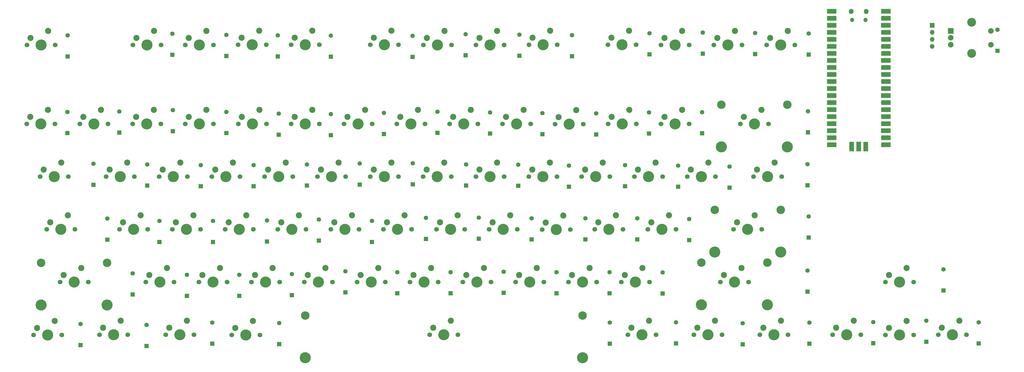
<source format=gbr>
%TF.GenerationSoftware,KiCad,Pcbnew,9.0.2*%
%TF.CreationDate,2025-06-22T22:51:19+05:30*%
%TF.ProjectId,hackboard,6861636b-626f-4617-9264-2e6b69636164,rev?*%
%TF.SameCoordinates,Original*%
%TF.FileFunction,Soldermask,Bot*%
%TF.FilePolarity,Negative*%
%FSLAX46Y46*%
G04 Gerber Fmt 4.6, Leading zero omitted, Abs format (unit mm)*
G04 Created by KiCad (PCBNEW 9.0.2) date 2025-06-22 22:51:19*
%MOMM*%
%LPD*%
G01*
G04 APERTURE LIST*
G04 Aperture macros list*
%AMRoundRect*
0 Rectangle with rounded corners*
0 $1 Rounding radius*
0 $2 $3 $4 $5 $6 $7 $8 $9 X,Y pos of 4 corners*
0 Add a 4 corners polygon primitive as box body*
4,1,4,$2,$3,$4,$5,$6,$7,$8,$9,$2,$3,0*
0 Add four circle primitives for the rounded corners*
1,1,$1+$1,$2,$3*
1,1,$1+$1,$4,$5*
1,1,$1+$1,$6,$7*
1,1,$1+$1,$8,$9*
0 Add four rect primitives between the rounded corners*
20,1,$1+$1,$2,$3,$4,$5,0*
20,1,$1+$1,$4,$5,$6,$7,0*
20,1,$1+$1,$6,$7,$8,$9,0*
20,1,$1+$1,$8,$9,$2,$3,0*%
G04 Aperture macros list end*
%ADD10C,1.700000*%
%ADD11C,4.000000*%
%ADD12C,2.200000*%
%ADD13C,3.050000*%
%ADD14R,1.700000X1.700000*%
%ADD15O,1.700000X1.700000*%
%ADD16R,2.000000X2.000000*%
%ADD17C,2.000000*%
%ADD18C,3.200000*%
%ADD19RoundRect,0.250000X0.550000X-0.550000X0.550000X0.550000X-0.550000X0.550000X-0.550000X-0.550000X0*%
%ADD20C,1.600000*%
%ADD21O,1.800000X1.800000*%
%ADD22O,1.500000X1.500000*%
%ADD23R,3.500000X1.700000*%
%ADD24R,1.700000X3.500000*%
G04 APERTURE END LIST*
D10*
%TO.C,SW44*%
X121205000Y-298620000D03*
D11*
X126285000Y-298620000D03*
D10*
X131365000Y-298620000D03*
D12*
X128825000Y-293540000D03*
X122475000Y-296080000D03*
%TD*%
D10*
%TO.C,SW43*%
X102170000Y-298620000D03*
D11*
X107250000Y-298620000D03*
D10*
X112330000Y-298620000D03*
D12*
X109790000Y-293540000D03*
X103440000Y-296080000D03*
%TD*%
D10*
%TO.C,SW52*%
X273600000Y-298620000D03*
D11*
X278680000Y-298620000D03*
D10*
X283760000Y-298620000D03*
D12*
X281220000Y-293540000D03*
X274870000Y-296080000D03*
%TD*%
D10*
%TO.C,SW22*%
X221260000Y-260520000D03*
D11*
X226340000Y-260520000D03*
D10*
X231420000Y-260520000D03*
D12*
X228880000Y-255440000D03*
X222530000Y-257980000D03*
%TD*%
D10*
%TO.C,SW18*%
X145040000Y-260520000D03*
D11*
X150120000Y-260520000D03*
D10*
X155200000Y-260520000D03*
D12*
X152660000Y-255440000D03*
X146310000Y-257980000D03*
%TD*%
D10*
%TO.C,SW39*%
X287890000Y-279580000D03*
D11*
X292970000Y-279580000D03*
D10*
X298050000Y-279580000D03*
D12*
X295510000Y-274500000D03*
X289160000Y-277040000D03*
%TD*%
D10*
%TO.C,SW74*%
X309300000Y-336740000D03*
D11*
X314380000Y-336740000D03*
D10*
X319460000Y-336740000D03*
D12*
X316920000Y-331660000D03*
X310570000Y-334200000D03*
%TD*%
D10*
%TO.C,SW42*%
X75980000Y-298640000D03*
D11*
X81060000Y-298640000D03*
D10*
X86140000Y-298640000D03*
D12*
X83600000Y-293560000D03*
X77250000Y-296100000D03*
%TD*%
D13*
%TO.C,SW27*%
X319200000Y-253540000D03*
D11*
X319200000Y-268780000D03*
D10*
X326020000Y-260540000D03*
D11*
X331100000Y-260540000D03*
D10*
X336180000Y-260540000D03*
D13*
X343000000Y-253540000D03*
D11*
X343000000Y-268780000D03*
D12*
X333640000Y-255460000D03*
X327290000Y-258000000D03*
%TD*%
D10*
%TO.C,SW26*%
X297400000Y-260530000D03*
D11*
X302480000Y-260530000D03*
D10*
X307560000Y-260530000D03*
D12*
X305020000Y-255450000D03*
X298670000Y-257990000D03*
%TD*%
D10*
%TO.C,SW68*%
X71190000Y-336790000D03*
D11*
X76270000Y-336790000D03*
D10*
X81350000Y-336790000D03*
D12*
X78810000Y-331710000D03*
X72460000Y-334250000D03*
%TD*%
D10*
%TO.C,SW37*%
X249730000Y-279610000D03*
D11*
X254810000Y-279610000D03*
D10*
X259890000Y-279610000D03*
D12*
X257350000Y-274530000D03*
X251000000Y-277070000D03*
%TD*%
D10*
%TO.C,SW49*%
X216490000Y-298630000D03*
D11*
X221570000Y-298630000D03*
D10*
X226650000Y-298630000D03*
D12*
X224110000Y-293550000D03*
X217760000Y-296090000D03*
%TD*%
D14*
%TO.C,Brd1*%
X395230000Y-224870000D03*
D15*
X395230000Y-227410000D03*
X395230000Y-229950000D03*
X395230000Y-232490000D03*
%TD*%
D10*
%TO.C,SW47*%
X178360000Y-298620000D03*
D11*
X183440000Y-298620000D03*
D10*
X188520000Y-298620000D03*
D12*
X185980000Y-293540000D03*
X179630000Y-296080000D03*
%TD*%
D10*
%TO.C,SW45*%
X140260000Y-298650000D03*
D11*
X145340000Y-298650000D03*
D10*
X150420000Y-298650000D03*
D12*
X147880000Y-293570000D03*
X141530000Y-296110000D03*
%TD*%
D10*
%TO.C,SW34*%
X192620000Y-279600000D03*
D11*
X197700000Y-279600000D03*
D10*
X202780000Y-279600000D03*
D12*
X200240000Y-274520000D03*
X193890000Y-277060000D03*
%TD*%
D10*
%TO.C,SW12*%
X316500000Y-231970000D03*
D11*
X321580000Y-231970000D03*
D10*
X326660000Y-231970000D03*
D12*
X324120000Y-226890000D03*
X317770000Y-229430000D03*
%TD*%
D10*
%TO.C,SW10*%
X278340000Y-231940000D03*
D11*
X283420000Y-231940000D03*
D10*
X288500000Y-231940000D03*
D12*
X285960000Y-226860000D03*
X279610000Y-229400000D03*
%TD*%
D10*
%TO.C,SW4*%
X144990000Y-231930000D03*
D11*
X150070000Y-231930000D03*
D10*
X155150000Y-231930000D03*
D12*
X152610000Y-226850000D03*
X146260000Y-229390000D03*
%TD*%
D10*
%TO.C,SW32*%
X154530000Y-279590000D03*
D11*
X159610000Y-279590000D03*
D10*
X164690000Y-279590000D03*
D12*
X162150000Y-274510000D03*
X155800000Y-277050000D03*
%TD*%
D10*
%TO.C,SW35*%
X211690000Y-279600000D03*
D11*
X216770000Y-279600000D03*
D10*
X221850000Y-279600000D03*
D12*
X219310000Y-274520000D03*
X212960000Y-277060000D03*
%TD*%
D10*
%TO.C,SW58*%
X149780000Y-317700000D03*
D11*
X154860000Y-317700000D03*
D10*
X159940000Y-317700000D03*
D12*
X157400000Y-312620000D03*
X151050000Y-315160000D03*
%TD*%
D10*
%TO.C,SW16*%
X106960000Y-260490000D03*
D11*
X112040000Y-260490000D03*
D10*
X117120000Y-260490000D03*
D12*
X114580000Y-255410000D03*
X108230000Y-257950000D03*
%TD*%
D10*
%TO.C,SW59*%
X168830000Y-317670000D03*
D11*
X173910000Y-317670000D03*
D10*
X178990000Y-317670000D03*
D12*
X176450000Y-312590000D03*
X170100000Y-315130000D03*
%TD*%
D10*
%TO.C,SW78*%
X397440000Y-336740000D03*
D11*
X402520000Y-336740000D03*
D10*
X407600000Y-336740000D03*
D12*
X405060000Y-331660000D03*
X398710000Y-334200000D03*
%TD*%
D10*
%TO.C,SW7*%
X211740000Y-232000000D03*
D11*
X216820000Y-232000000D03*
D10*
X221900000Y-232000000D03*
D12*
X219360000Y-226920000D03*
X213010000Y-229460000D03*
%TD*%
D10*
%TO.C,SW6*%
X192650000Y-231910000D03*
D11*
X197730000Y-231910000D03*
D10*
X202810000Y-231910000D03*
D12*
X200270000Y-226830000D03*
X193920000Y-229370000D03*
%TD*%
D10*
%TO.C,SW19*%
X164070000Y-260520000D03*
D11*
X169150000Y-260520000D03*
D10*
X174230000Y-260520000D03*
D12*
X171690000Y-255440000D03*
X165340000Y-257980000D03*
%TD*%
D10*
%TO.C,SW28*%
X73570000Y-279580000D03*
D11*
X78650000Y-279580000D03*
D10*
X83730000Y-279580000D03*
D12*
X81190000Y-274500000D03*
X74840000Y-277040000D03*
%TD*%
D10*
%TO.C,SW23*%
X240300000Y-260560000D03*
D11*
X245380000Y-260560000D03*
D10*
X250460000Y-260560000D03*
D12*
X247920000Y-255480000D03*
X241570000Y-258020000D03*
%TD*%
D10*
%TO.C,SW2*%
X106980000Y-231950000D03*
D11*
X112060000Y-231950000D03*
D10*
X117140000Y-231950000D03*
D12*
X114600000Y-226870000D03*
X108250000Y-229410000D03*
%TD*%
D13*
%TO.C,SW72*%
X169140000Y-329740000D03*
D11*
X169140000Y-344980000D03*
D10*
X214060000Y-336740000D03*
D11*
X219140000Y-336740000D03*
D10*
X224220000Y-336740000D03*
D13*
X269140000Y-329740000D03*
D11*
X269140000Y-344980000D03*
D12*
X221680000Y-331660000D03*
X215330000Y-334200000D03*
%TD*%
D13*
%TO.C,SW55*%
X73910000Y-310700000D03*
D11*
X73910000Y-325940000D03*
D10*
X80730000Y-317700000D03*
D11*
X85810000Y-317700000D03*
D10*
X90890000Y-317700000D03*
D13*
X97710000Y-310700000D03*
D11*
X97710000Y-325940000D03*
D12*
X88350000Y-312620000D03*
X82000000Y-315160000D03*
%TD*%
D10*
%TO.C,SW20*%
X183150000Y-260520000D03*
D11*
X188230000Y-260520000D03*
D10*
X193310000Y-260520000D03*
D12*
X190770000Y-255440000D03*
X184420000Y-257980000D03*
%TD*%
D10*
%TO.C,SW36*%
X230720000Y-279590000D03*
D11*
X235800000Y-279590000D03*
D10*
X240880000Y-279590000D03*
D12*
X238340000Y-274510000D03*
X231990000Y-277050000D03*
%TD*%
D10*
%TO.C,SW64*%
X264090000Y-317710000D03*
D11*
X269170000Y-317710000D03*
D10*
X274250000Y-317710000D03*
D12*
X271710000Y-312630000D03*
X265360000Y-315170000D03*
%TD*%
D10*
%TO.C,SW8*%
X230720000Y-232010000D03*
D11*
X235800000Y-232010000D03*
D10*
X240880000Y-232010000D03*
D12*
X238340000Y-226930000D03*
X231990000Y-229470000D03*
%TD*%
D10*
%TO.C,SW50*%
X235440000Y-298600000D03*
D11*
X240520000Y-298600000D03*
D10*
X245600000Y-298600000D03*
D12*
X243060000Y-293520000D03*
X236710000Y-296060000D03*
%TD*%
D13*
%TO.C,SW54*%
X316790000Y-291622500D03*
D11*
X316790000Y-306862500D03*
D10*
X323610000Y-298622500D03*
D11*
X328690000Y-298622500D03*
D10*
X333770000Y-298622500D03*
D13*
X340590000Y-291622500D03*
D11*
X340590000Y-306862500D03*
D12*
X331230000Y-293542500D03*
X324880000Y-296082500D03*
%TD*%
D10*
%TO.C,SW31*%
X135470000Y-279590000D03*
D11*
X140550000Y-279590000D03*
D10*
X145630000Y-279590000D03*
D12*
X143090000Y-274510000D03*
X136740000Y-277050000D03*
%TD*%
D10*
%TO.C,SW17*%
X125900000Y-260560000D03*
D11*
X130980000Y-260560000D03*
D10*
X136060000Y-260560000D03*
D12*
X133520000Y-255480000D03*
X127170000Y-258020000D03*
%TD*%
D10*
%TO.C,SW21*%
X202190000Y-260520000D03*
D11*
X207270000Y-260520000D03*
D10*
X212350000Y-260520000D03*
D12*
X209810000Y-255440000D03*
X203460000Y-257980000D03*
%TD*%
D16*
%TO.C,SW79*%
X401910000Y-226900000D03*
D17*
X401910000Y-231900000D03*
X401910000Y-229400000D03*
D18*
X409410000Y-223800000D03*
X409410000Y-235000000D03*
D17*
X416410000Y-231900000D03*
X416410000Y-226900000D03*
%TD*%
D10*
%TO.C,SW60*%
X187880000Y-317670000D03*
D11*
X192960000Y-317670000D03*
D10*
X198040000Y-317670000D03*
D12*
X195500000Y-312590000D03*
X189150000Y-315130000D03*
%TD*%
D10*
%TO.C,SW71*%
X142680000Y-336790000D03*
D11*
X147760000Y-336790000D03*
D10*
X152840000Y-336790000D03*
D12*
X150300000Y-331710000D03*
X143950000Y-334250000D03*
%TD*%
D10*
%TO.C,SW76*%
X359340000Y-336700000D03*
D11*
X364420000Y-336700000D03*
D10*
X369500000Y-336700000D03*
D12*
X366960000Y-331620000D03*
X360610000Y-334160000D03*
%TD*%
D10*
%TO.C,SW69*%
X95010000Y-336750000D03*
D11*
X100090000Y-336750000D03*
D10*
X105170000Y-336750000D03*
D12*
X102630000Y-331670000D03*
X96280000Y-334210000D03*
%TD*%
D10*
%TO.C,SW48*%
X197390000Y-298650000D03*
D11*
X202470000Y-298650000D03*
D10*
X207550000Y-298650000D03*
D12*
X205010000Y-293570000D03*
X198660000Y-296110000D03*
%TD*%
D10*
%TO.C,SW11*%
X297400000Y-231970000D03*
D11*
X302480000Y-231970000D03*
D10*
X307560000Y-231970000D03*
D12*
X305020000Y-226890000D03*
X298670000Y-229430000D03*
%TD*%
D10*
%TO.C,SW63*%
X245030000Y-317710000D03*
D11*
X250110000Y-317710000D03*
D10*
X255190000Y-317710000D03*
D12*
X252650000Y-312630000D03*
X246300000Y-315170000D03*
%TD*%
D10*
%TO.C,SW29*%
X97380000Y-279600000D03*
D11*
X102460000Y-279600000D03*
D10*
X107540000Y-279600000D03*
D12*
X105000000Y-274520000D03*
X98650000Y-277060000D03*
%TD*%
D10*
%TO.C,SW46*%
X159280000Y-298620000D03*
D11*
X164360000Y-298620000D03*
D10*
X169440000Y-298620000D03*
D12*
X166900000Y-293540000D03*
X160550000Y-296080000D03*
%TD*%
D10*
%TO.C,SW33*%
X173540000Y-279570000D03*
D11*
X178620000Y-279570000D03*
D10*
X183700000Y-279570000D03*
D12*
X181160000Y-274490000D03*
X174810000Y-277030000D03*
%TD*%
D10*
%TO.C,SW41*%
X330760000Y-279600000D03*
D11*
X335840000Y-279600000D03*
D10*
X340920000Y-279600000D03*
D12*
X338380000Y-274520000D03*
X332030000Y-277060000D03*
%TD*%
D10*
%TO.C,SW1*%
X68815000Y-231950000D03*
D11*
X73895000Y-231950000D03*
D10*
X78975000Y-231950000D03*
D12*
X76435000Y-226870000D03*
X70085000Y-229410000D03*
%TD*%
D10*
%TO.C,SW25*%
X278380000Y-260560000D03*
D11*
X283460000Y-260560000D03*
D10*
X288540000Y-260560000D03*
D12*
X286000000Y-255480000D03*
X279650000Y-258020000D03*
%TD*%
D10*
%TO.C,SW57*%
X130770000Y-317700000D03*
D11*
X135850000Y-317700000D03*
D10*
X140930000Y-317700000D03*
D12*
X138390000Y-312620000D03*
X132040000Y-315160000D03*
%TD*%
D10*
%TO.C,SW40*%
X306920000Y-279580000D03*
D11*
X312000000Y-279580000D03*
D10*
X317080000Y-279580000D03*
D12*
X314540000Y-274500000D03*
X308190000Y-277040000D03*
%TD*%
D10*
%TO.C,SW61*%
X206930000Y-317670000D03*
D11*
X212010000Y-317670000D03*
D10*
X217090000Y-317670000D03*
D12*
X214550000Y-312590000D03*
X208200000Y-315130000D03*
%TD*%
D10*
%TO.C,SW9*%
X249810000Y-231910000D03*
D11*
X254890000Y-231910000D03*
D10*
X259970000Y-231910000D03*
D12*
X257430000Y-226830000D03*
X251080000Y-229370000D03*
%TD*%
D10*
%TO.C,SW5*%
X164090000Y-231930000D03*
D11*
X169170000Y-231930000D03*
D10*
X174250000Y-231930000D03*
D12*
X171710000Y-226850000D03*
X165360000Y-229390000D03*
%TD*%
D10*
%TO.C,SW14*%
X68740000Y-260520000D03*
D11*
X73820000Y-260520000D03*
D10*
X78900000Y-260520000D03*
D12*
X76360000Y-255440000D03*
X70010000Y-257980000D03*
%TD*%
D10*
%TO.C,SW77*%
X378400000Y-336770000D03*
D11*
X383480000Y-336770000D03*
D10*
X388560000Y-336770000D03*
D12*
X386020000Y-331690000D03*
X379670000Y-334230000D03*
%TD*%
D10*
%TO.C,SW75*%
X333120000Y-336760000D03*
D11*
X338200000Y-336760000D03*
D10*
X343280000Y-336760000D03*
D12*
X340740000Y-331680000D03*
X334390000Y-334220000D03*
%TD*%
D10*
%TO.C,SW53*%
X292690000Y-298660000D03*
D11*
X297770000Y-298660000D03*
D10*
X302850000Y-298660000D03*
D12*
X300310000Y-293580000D03*
X293960000Y-296120000D03*
%TD*%
D10*
%TO.C,SW70*%
X118840000Y-336730000D03*
D11*
X123920000Y-336730000D03*
D10*
X129000000Y-336730000D03*
D12*
X126460000Y-331650000D03*
X120110000Y-334190000D03*
%TD*%
D10*
%TO.C,SW15*%
X87880000Y-260560000D03*
D11*
X92960000Y-260560000D03*
D10*
X98040000Y-260560000D03*
D12*
X95500000Y-255480000D03*
X89150000Y-258020000D03*
%TD*%
D10*
%TO.C,SW62*%
X225980000Y-317670000D03*
D11*
X231060000Y-317670000D03*
D10*
X236140000Y-317670000D03*
D12*
X233600000Y-312590000D03*
X227250000Y-315130000D03*
%TD*%
D10*
%TO.C,SW56*%
X111650000Y-317670000D03*
D11*
X116730000Y-317670000D03*
D10*
X121810000Y-317670000D03*
D12*
X119270000Y-312590000D03*
X112920000Y-315130000D03*
%TD*%
D10*
%TO.C,SW3*%
X125930000Y-231960000D03*
D11*
X131010000Y-231960000D03*
D10*
X136090000Y-231960000D03*
D12*
X133550000Y-226880000D03*
X127200000Y-229420000D03*
%TD*%
D10*
%TO.C,SW65*%
X283120000Y-317670000D03*
D11*
X288200000Y-317670000D03*
D10*
X293280000Y-317670000D03*
D12*
X290740000Y-312590000D03*
X284390000Y-315130000D03*
%TD*%
D10*
%TO.C,SW38*%
X268810000Y-279610000D03*
D11*
X273890000Y-279610000D03*
D10*
X278970000Y-279610000D03*
D12*
X276430000Y-274530000D03*
X270080000Y-277070000D03*
%TD*%
D10*
%TO.C,SW67*%
X378390000Y-317710000D03*
D11*
X383470000Y-317710000D03*
D10*
X388550000Y-317710000D03*
D12*
X386010000Y-312630000D03*
X379660000Y-315170000D03*
%TD*%
D10*
%TO.C,SW24*%
X259270000Y-260590000D03*
D11*
X264350000Y-260590000D03*
D10*
X269430000Y-260590000D03*
D12*
X266890000Y-255510000D03*
X260540000Y-258050000D03*
%TD*%
D10*
%TO.C,SW30*%
X116460000Y-279590000D03*
D11*
X121540000Y-279590000D03*
D10*
X126620000Y-279590000D03*
D12*
X124080000Y-274510000D03*
X117730000Y-277050000D03*
%TD*%
D10*
%TO.C,SW51*%
X254590000Y-298690000D03*
D11*
X259670000Y-298690000D03*
D10*
X264750000Y-298690000D03*
D12*
X262210000Y-293610000D03*
X255860000Y-296150000D03*
%TD*%
D10*
%TO.C,SW73*%
X285490000Y-336710000D03*
D11*
X290570000Y-336710000D03*
D10*
X295650000Y-336710000D03*
D12*
X293110000Y-331630000D03*
X286760000Y-334170000D03*
%TD*%
D10*
%TO.C,SW13*%
X335500000Y-231950000D03*
D11*
X340580000Y-231950000D03*
D10*
X345660000Y-231950000D03*
D12*
X343120000Y-226870000D03*
X336770000Y-229410000D03*
%TD*%
D13*
%TO.C,SW66*%
X312030000Y-310670000D03*
D11*
X312030000Y-325910000D03*
D10*
X318850000Y-317670000D03*
D11*
X323930000Y-317670000D03*
D10*
X329010000Y-317670000D03*
D13*
X335830000Y-310670000D03*
D11*
X335830000Y-325910000D03*
D12*
X326470000Y-312590000D03*
X320120000Y-315130000D03*
%TD*%
D19*
%TO.C,D6*%
X207850000Y-236300000D03*
D20*
X207850000Y-228680000D03*
%TD*%
D19*
%TO.C,D52*%
X288875000Y-302250000D03*
D20*
X288875000Y-294630000D03*
%TD*%
D19*
%TO.C,D4*%
X159250000Y-236095000D03*
D20*
X159250000Y-228475000D03*
%TD*%
D19*
%TO.C,D69*%
X111890000Y-340760000D03*
D20*
X111890000Y-333140000D03*
%TD*%
D19*
%TO.C,D54*%
X350675000Y-301575000D03*
D20*
X350675000Y-293955000D03*
%TD*%
D19*
%TO.C,D40*%
X322175000Y-283550000D03*
D20*
X322175000Y-275930000D03*
%TD*%
D19*
%TO.C,D57*%
X145350000Y-322670000D03*
D20*
X145350000Y-315050000D03*
%TD*%
D19*
%TO.C,D2*%
X121275000Y-235550000D03*
D20*
X121275000Y-227930000D03*
%TD*%
D19*
%TO.C,D12*%
X331425000Y-235250000D03*
D20*
X331425000Y-227630000D03*
%TD*%
D19*
%TO.C,D47*%
X193250000Y-303150000D03*
D20*
X193250000Y-295530000D03*
%TD*%
D19*
%TO.C,D21*%
X216825000Y-263775000D03*
D20*
X216825000Y-256155000D03*
%TD*%
D19*
%TO.C,D25*%
X293100000Y-263950000D03*
D20*
X293100000Y-256330000D03*
%TD*%
D19*
%TO.C,D16*%
X121425000Y-263150000D03*
D20*
X121425000Y-255530000D03*
%TD*%
D19*
%TO.C,D36*%
X245950000Y-282875000D03*
D20*
X245950000Y-275255000D03*
%TD*%
D19*
%TO.C,D17*%
X140700000Y-263800000D03*
D20*
X140700000Y-256180000D03*
%TD*%
D19*
%TO.C,D62*%
X240700000Y-321600000D03*
D20*
X240700000Y-313980000D03*
%TD*%
D19*
%TO.C,D1*%
X83500000Y-236100000D03*
D20*
X83500000Y-228480000D03*
%TD*%
D19*
%TO.C,D20*%
X197500000Y-264200000D03*
D20*
X197500000Y-256580000D03*
%TD*%
D19*
%TO.C,D8*%
X246350000Y-235900000D03*
D20*
X246350000Y-228280000D03*
%TD*%
D19*
%TO.C,D24*%
X274050000Y-264350000D03*
D20*
X274050000Y-256730000D03*
%TD*%
D19*
%TO.C,D70*%
X135670000Y-339970000D03*
D20*
X135670000Y-332350000D03*
%TD*%
D19*
%TO.C,D14*%
X83400000Y-263825000D03*
D20*
X83400000Y-256205000D03*
%TD*%
D19*
%TO.C,D13*%
X350650000Y-235475000D03*
D20*
X350650000Y-227855000D03*
%TD*%
D19*
%TO.C,D55*%
X106975000Y-322150000D03*
D20*
X106975000Y-314530000D03*
%TD*%
D19*
%TO.C,D75*%
X350930000Y-339950000D03*
D20*
X350930000Y-332330000D03*
%TD*%
D19*
%TO.C,D23*%
X254650000Y-264225000D03*
D20*
X254650000Y-256605000D03*
%TD*%
D19*
%TO.C,D26*%
X312275000Y-263925000D03*
D20*
X312275000Y-256305000D03*
%TD*%
D19*
%TO.C,D68*%
X88180000Y-340440000D03*
D20*
X88180000Y-332820000D03*
%TD*%
D19*
%TO.C,D49*%
X231725000Y-301975000D03*
D20*
X231725000Y-294355000D03*
%TD*%
D19*
%TO.C,D10*%
X293300000Y-235350000D03*
D20*
X293300000Y-227730000D03*
%TD*%
D19*
%TO.C,D37*%
X264220000Y-283210000D03*
D20*
X264220000Y-275590000D03*
%TD*%
D19*
%TO.C,D42*%
X97800000Y-302350000D03*
D20*
X97800000Y-294730000D03*
%TD*%
D19*
%TO.C,D78*%
X412020000Y-339840000D03*
D20*
X412020000Y-332220000D03*
%TD*%
D19*
%TO.C,D5*%
X178425000Y-236250000D03*
D20*
X178425000Y-228630000D03*
%TD*%
D19*
%TO.C,D45*%
X155375000Y-303050000D03*
D20*
X155375000Y-295430000D03*
%TD*%
D19*
%TO.C,D19*%
X178425000Y-264600000D03*
D20*
X178425000Y-256980000D03*
%TD*%
D19*
%TO.C,D32*%
X169750000Y-282750000D03*
D20*
X169750000Y-275130000D03*
%TD*%
D21*
%TO.C,U1*%
X371465000Y-219910000D03*
D22*
X371165000Y-222940000D03*
X366315000Y-222940000D03*
D21*
X366015000Y-219910000D03*
D15*
X377630000Y-219780000D03*
D23*
X378530000Y-219780000D03*
D15*
X377630000Y-222320000D03*
D23*
X378530000Y-222320000D03*
D14*
X377630000Y-224860000D03*
D23*
X378530000Y-224860000D03*
D15*
X377630000Y-227400000D03*
D23*
X378530000Y-227400000D03*
D15*
X377630000Y-229940000D03*
D23*
X378530000Y-229940000D03*
D15*
X377630000Y-232480000D03*
D23*
X378530000Y-232480000D03*
D15*
X377630000Y-235020000D03*
D23*
X378530000Y-235020000D03*
D14*
X377630000Y-237560000D03*
D23*
X378530000Y-237560000D03*
D15*
X377630000Y-240100000D03*
D23*
X378530000Y-240100000D03*
D15*
X377630000Y-242640000D03*
D23*
X378530000Y-242640000D03*
D15*
X377630000Y-245180000D03*
D23*
X378530000Y-245180000D03*
D15*
X377630000Y-247720000D03*
D23*
X378530000Y-247720000D03*
D14*
X377630000Y-250260000D03*
D23*
X378530000Y-250260000D03*
D15*
X377630000Y-252800000D03*
D23*
X378530000Y-252800000D03*
D15*
X377630000Y-255340000D03*
D23*
X378530000Y-255340000D03*
D15*
X377630000Y-257880000D03*
D23*
X378530000Y-257880000D03*
D15*
X377630000Y-260420000D03*
D23*
X378530000Y-260420000D03*
D14*
X377630000Y-262960000D03*
D23*
X378530000Y-262960000D03*
D15*
X377630000Y-265500000D03*
D23*
X378530000Y-265500000D03*
D15*
X377630000Y-268040000D03*
D23*
X378530000Y-268040000D03*
D15*
X359850000Y-268040000D03*
D23*
X358950000Y-268040000D03*
D15*
X359850000Y-265500000D03*
D23*
X358950000Y-265500000D03*
D14*
X359850000Y-262960000D03*
D23*
X358950000Y-262960000D03*
D15*
X359850000Y-260420000D03*
D23*
X358950000Y-260420000D03*
D15*
X359850000Y-257880000D03*
D23*
X358950000Y-257880000D03*
D15*
X359850000Y-255340000D03*
D23*
X358950000Y-255340000D03*
D15*
X359850000Y-252800000D03*
D23*
X358950000Y-252800000D03*
D14*
X359850000Y-250260000D03*
D23*
X358950000Y-250260000D03*
D15*
X359850000Y-247720000D03*
D23*
X358950000Y-247720000D03*
D15*
X359850000Y-245180000D03*
D23*
X358950000Y-245180000D03*
D15*
X359850000Y-242640000D03*
D23*
X358950000Y-242640000D03*
D15*
X359850000Y-240100000D03*
D23*
X358950000Y-240100000D03*
D14*
X359850000Y-237560000D03*
D23*
X358950000Y-237560000D03*
D15*
X359850000Y-235020000D03*
D23*
X358950000Y-235020000D03*
D15*
X359850000Y-232480000D03*
D23*
X358950000Y-232480000D03*
D15*
X359850000Y-229940000D03*
D23*
X358950000Y-229940000D03*
D15*
X359850000Y-227400000D03*
D23*
X358950000Y-227400000D03*
D14*
X359850000Y-224860000D03*
D23*
X358950000Y-224860000D03*
D15*
X359850000Y-222320000D03*
D23*
X358950000Y-222320000D03*
D15*
X359850000Y-219780000D03*
D23*
X358950000Y-219780000D03*
D15*
X371280000Y-267810000D03*
D24*
X371280000Y-268710000D03*
D14*
X368740000Y-267810000D03*
D24*
X368740000Y-268710000D03*
D15*
X366200000Y-267810000D03*
D24*
X366200000Y-268710000D03*
%TD*%
D19*
%TO.C,D64*%
X278875000Y-321725000D03*
D20*
X278875000Y-314105000D03*
%TD*%
D19*
%TO.C,D72*%
X279000000Y-339960000D03*
D20*
X279000000Y-332340000D03*
%TD*%
D19*
%TO.C,D60*%
X202350000Y-321725000D03*
D20*
X202350000Y-314105000D03*
%TD*%
D19*
%TO.C,D31*%
X150525000Y-283075000D03*
D20*
X150525000Y-275455000D03*
%TD*%
D19*
%TO.C,D39*%
X303625000Y-283235000D03*
D20*
X303625000Y-275615000D03*
%TD*%
D19*
%TO.C,D76*%
X373940000Y-339760000D03*
D20*
X373940000Y-332140000D03*
%TD*%
D19*
%TO.C,D56*%
X126450000Y-322625000D03*
D20*
X126450000Y-315005000D03*
%TD*%
D19*
%TO.C,D48*%
X212650000Y-302125000D03*
D20*
X212650000Y-294505000D03*
%TD*%
D19*
%TO.C,D53*%
X307600000Y-302500000D03*
D20*
X307600000Y-294880000D03*
%TD*%
D19*
%TO.C,D3*%
X140675000Y-235975000D03*
D20*
X140675000Y-228355000D03*
%TD*%
D19*
%TO.C,D65*%
X298000000Y-321825000D03*
D20*
X298000000Y-314205000D03*
%TD*%
D19*
%TO.C,D74*%
X326870000Y-340190000D03*
D20*
X326870000Y-332570000D03*
%TD*%
D19*
%TO.C,D28*%
X92825000Y-282575000D03*
D20*
X92825000Y-274955000D03*
%TD*%
D19*
%TO.C,D71*%
X159760000Y-340070000D03*
D20*
X159760000Y-332450000D03*
%TD*%
D19*
%TO.C,D50*%
X250800000Y-302225000D03*
D20*
X250800000Y-294605000D03*
%TD*%
D19*
%TO.C,D77*%
X393140000Y-339230000D03*
D20*
X393140000Y-331610000D03*
%TD*%
D19*
%TO.C,D41*%
X350250000Y-282710000D03*
D20*
X350250000Y-275090000D03*
%TD*%
D19*
%TO.C,D38*%
X284475000Y-283000000D03*
D20*
X284475000Y-275380000D03*
%TD*%
D19*
%TO.C,D63*%
X259750000Y-321775000D03*
D20*
X259750000Y-314155000D03*
%TD*%
D19*
%TO.C,D11*%
X312475000Y-235125000D03*
D20*
X312475000Y-227505000D03*
%TD*%
D19*
%TO.C,D15*%
X102075000Y-263625000D03*
D20*
X102075000Y-256005000D03*
%TD*%
D19*
%TO.C,D67*%
X399310000Y-320750000D03*
D20*
X399310000Y-313130000D03*
%TD*%
D19*
%TO.C,D9*%
X265375000Y-236025000D03*
D20*
X265375000Y-228405000D03*
%TD*%
D19*
%TO.C,D59*%
X183675000Y-321375000D03*
D20*
X183675000Y-313755000D03*
%TD*%
D19*
%TO.C,D22*%
X235800000Y-264025000D03*
D20*
X235800000Y-256405000D03*
%TD*%
D19*
%TO.C,D27*%
X350450000Y-263575000D03*
D20*
X350450000Y-255955000D03*
%TD*%
D19*
%TO.C,D46*%
X174075000Y-302675000D03*
D20*
X174075000Y-295055000D03*
%TD*%
D19*
%TO.C,D18*%
X159575000Y-264375000D03*
D20*
X159575000Y-256755000D03*
%TD*%
D19*
%TO.C,D7*%
X227025000Y-235750000D03*
D20*
X227025000Y-228130000D03*
%TD*%
D19*
%TO.C,D58*%
X164350000Y-322400000D03*
D20*
X164350000Y-314780000D03*
%TD*%
D19*
%TO.C,D44*%
X135925000Y-303225000D03*
D20*
X135925000Y-295605000D03*
%TD*%
D19*
%TO.C,D66*%
X350300000Y-321150000D03*
D20*
X350300000Y-313530000D03*
%TD*%
D19*
%TO.C,D30*%
X131500000Y-283000000D03*
D20*
X131500000Y-275380000D03*
%TD*%
D19*
%TO.C,D34*%
X207925000Y-282350000D03*
D20*
X207925000Y-274730000D03*
%TD*%
D19*
%TO.C,D73*%
X302860000Y-339820000D03*
D20*
X302860000Y-332200000D03*
%TD*%
D19*
%TO.C,D33*%
X188825000Y-282475000D03*
D20*
X188825000Y-274855000D03*
%TD*%
D19*
%TO.C,D51*%
X270175000Y-302225000D03*
D20*
X270175000Y-294605000D03*
%TD*%
D19*
%TO.C,D61*%
X221575000Y-321775000D03*
D20*
X221575000Y-314155000D03*
%TD*%
D19*
%TO.C,D29*%
X112150000Y-282750000D03*
D20*
X112150000Y-275130000D03*
%TD*%
D19*
%TO.C,D79*%
X418760000Y-234080000D03*
D20*
X418760000Y-226460000D03*
%TD*%
D19*
%TO.C,D43*%
X116550000Y-303150000D03*
D20*
X116550000Y-295530000D03*
%TD*%
D19*
%TO.C,D35*%
X227150000Y-282750000D03*
D20*
X227150000Y-275130000D03*
%TD*%
M02*

</source>
